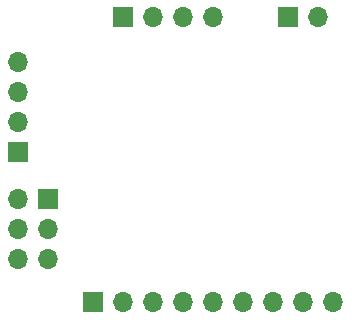
<source format=gbs>
%TF.GenerationSoftware,KiCad,Pcbnew,(5.1.10-1-10_14)*%
%TF.CreationDate,2021-08-15T15:03:56-03:00*%
%TF.ProjectId,bacee,62616365-652e-46b6-9963-61645f706362,1*%
%TF.SameCoordinates,Original*%
%TF.FileFunction,Soldermask,Bot*%
%TF.FilePolarity,Negative*%
%FSLAX46Y46*%
G04 Gerber Fmt 4.6, Leading zero omitted, Abs format (unit mm)*
G04 Created by KiCad (PCBNEW (5.1.10-1-10_14)) date 2021-08-15 15:03:56*
%MOMM*%
%LPD*%
G01*
G04 APERTURE LIST*
%ADD10R,1.700000X1.700000*%
%ADD11O,1.700000X1.700000*%
G04 APERTURE END LIST*
D10*
%TO.C,BT1*%
X83820000Y-104140000D03*
D11*
X86360000Y-104140000D03*
%TD*%
D10*
%TO.C,J1*%
X63500000Y-119507000D03*
D11*
X60960000Y-119507000D03*
X63500000Y-122047000D03*
X60960000Y-122047000D03*
X63500000Y-124587000D03*
X60960000Y-124587000D03*
%TD*%
D10*
%TO.C,J2*%
X67310000Y-128270000D03*
D11*
X69850000Y-128270000D03*
X72390000Y-128270000D03*
X74930000Y-128270000D03*
X77470000Y-128270000D03*
X80010000Y-128270000D03*
X82550000Y-128270000D03*
X85090000Y-128270000D03*
X87630000Y-128270000D03*
%TD*%
D10*
%TO.C,J3*%
X60960000Y-115570000D03*
D11*
X60960000Y-113030000D03*
X60960000Y-110490000D03*
X60960000Y-107950000D03*
%TD*%
%TO.C,J4*%
X77470000Y-104140000D03*
X74930000Y-104140000D03*
X72390000Y-104140000D03*
D10*
X69850000Y-104140000D03*
%TD*%
M02*

</source>
